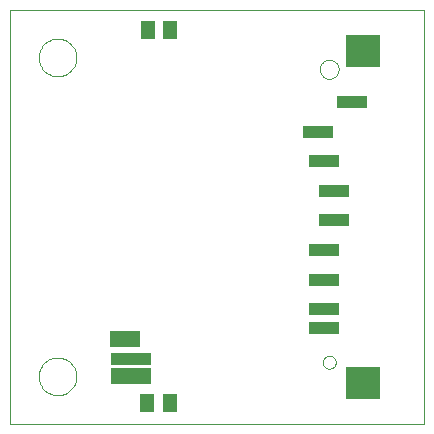
<source format=gtp>
G75*
G70*
%OFA0B0*%
%FSLAX24Y24*%
%IPPOS*%
%LPD*%
%AMOC8*
5,1,8,0,0,1.08239X$1,22.5*
%
%ADD10C,0.0000*%
%ADD11R,0.0512X0.0591*%
%ADD12R,0.1181X0.1063*%
%ADD13R,0.1043X0.0433*%
%ADD14R,0.1378X0.0551*%
%ADD15R,0.1378X0.0394*%
%ADD16R,0.0984X0.0551*%
D10*
X000377Y000377D02*
X014156Y000377D01*
X014156Y014156D01*
X000377Y014156D01*
X000377Y000377D01*
X001322Y001952D02*
X001324Y002002D01*
X001330Y002052D01*
X001340Y002101D01*
X001354Y002149D01*
X001371Y002196D01*
X001392Y002241D01*
X001417Y002285D01*
X001445Y002326D01*
X001477Y002365D01*
X001511Y002402D01*
X001548Y002436D01*
X001588Y002466D01*
X001630Y002493D01*
X001674Y002517D01*
X001720Y002538D01*
X001767Y002554D01*
X001815Y002567D01*
X001865Y002576D01*
X001914Y002581D01*
X001965Y002582D01*
X002015Y002579D01*
X002064Y002572D01*
X002113Y002561D01*
X002161Y002546D01*
X002207Y002528D01*
X002252Y002506D01*
X002295Y002480D01*
X002336Y002451D01*
X002375Y002419D01*
X002411Y002384D01*
X002443Y002346D01*
X002473Y002306D01*
X002500Y002263D01*
X002523Y002219D01*
X002542Y002173D01*
X002558Y002125D01*
X002570Y002076D01*
X002578Y002027D01*
X002582Y001977D01*
X002582Y001927D01*
X002578Y001877D01*
X002570Y001828D01*
X002558Y001779D01*
X002542Y001731D01*
X002523Y001685D01*
X002500Y001641D01*
X002473Y001598D01*
X002443Y001558D01*
X002411Y001520D01*
X002375Y001485D01*
X002336Y001453D01*
X002295Y001424D01*
X002252Y001398D01*
X002207Y001376D01*
X002161Y001358D01*
X002113Y001343D01*
X002064Y001332D01*
X002015Y001325D01*
X001965Y001322D01*
X001914Y001323D01*
X001865Y001328D01*
X001815Y001337D01*
X001767Y001350D01*
X001720Y001366D01*
X001674Y001387D01*
X001630Y001411D01*
X001588Y001438D01*
X001548Y001468D01*
X001511Y001502D01*
X001477Y001539D01*
X001445Y001578D01*
X001417Y001619D01*
X001392Y001663D01*
X001371Y001708D01*
X001354Y001755D01*
X001340Y001803D01*
X001330Y001852D01*
X001324Y001902D01*
X001322Y001952D01*
X010790Y002424D02*
X010792Y002453D01*
X010798Y002481D01*
X010807Y002509D01*
X010820Y002535D01*
X010837Y002558D01*
X010856Y002580D01*
X010878Y002599D01*
X010903Y002614D01*
X010929Y002627D01*
X010957Y002635D01*
X010985Y002640D01*
X011014Y002641D01*
X011043Y002638D01*
X011071Y002631D01*
X011098Y002621D01*
X011124Y002607D01*
X011147Y002590D01*
X011168Y002570D01*
X011186Y002547D01*
X011201Y002522D01*
X011212Y002495D01*
X011220Y002467D01*
X011224Y002438D01*
X011224Y002410D01*
X011220Y002381D01*
X011212Y002353D01*
X011201Y002326D01*
X011186Y002301D01*
X011168Y002278D01*
X011147Y002258D01*
X011124Y002241D01*
X011098Y002227D01*
X011071Y002217D01*
X011043Y002210D01*
X011014Y002207D01*
X010985Y002208D01*
X010957Y002213D01*
X010929Y002221D01*
X010903Y002234D01*
X010878Y002249D01*
X010856Y002268D01*
X010837Y002290D01*
X010820Y002313D01*
X010807Y002339D01*
X010798Y002367D01*
X010792Y002395D01*
X010790Y002424D01*
X010692Y012188D02*
X010694Y012223D01*
X010700Y012258D01*
X010710Y012292D01*
X010723Y012325D01*
X010740Y012356D01*
X010761Y012384D01*
X010784Y012411D01*
X010811Y012434D01*
X010839Y012455D01*
X010870Y012472D01*
X010903Y012485D01*
X010937Y012495D01*
X010972Y012501D01*
X011007Y012503D01*
X011042Y012501D01*
X011077Y012495D01*
X011111Y012485D01*
X011144Y012472D01*
X011175Y012455D01*
X011203Y012434D01*
X011230Y012411D01*
X011253Y012384D01*
X011274Y012356D01*
X011291Y012325D01*
X011304Y012292D01*
X011314Y012258D01*
X011320Y012223D01*
X011322Y012188D01*
X011320Y012153D01*
X011314Y012118D01*
X011304Y012084D01*
X011291Y012051D01*
X011274Y012020D01*
X011253Y011992D01*
X011230Y011965D01*
X011203Y011942D01*
X011175Y011921D01*
X011144Y011904D01*
X011111Y011891D01*
X011077Y011881D01*
X011042Y011875D01*
X011007Y011873D01*
X010972Y011875D01*
X010937Y011881D01*
X010903Y011891D01*
X010870Y011904D01*
X010839Y011921D01*
X010811Y011942D01*
X010784Y011965D01*
X010761Y011992D01*
X010740Y012020D01*
X010723Y012051D01*
X010710Y012084D01*
X010700Y012118D01*
X010694Y012153D01*
X010692Y012188D01*
X001322Y012582D02*
X001324Y012632D01*
X001330Y012682D01*
X001340Y012731D01*
X001354Y012779D01*
X001371Y012826D01*
X001392Y012871D01*
X001417Y012915D01*
X001445Y012956D01*
X001477Y012995D01*
X001511Y013032D01*
X001548Y013066D01*
X001588Y013096D01*
X001630Y013123D01*
X001674Y013147D01*
X001720Y013168D01*
X001767Y013184D01*
X001815Y013197D01*
X001865Y013206D01*
X001914Y013211D01*
X001965Y013212D01*
X002015Y013209D01*
X002064Y013202D01*
X002113Y013191D01*
X002161Y013176D01*
X002207Y013158D01*
X002252Y013136D01*
X002295Y013110D01*
X002336Y013081D01*
X002375Y013049D01*
X002411Y013014D01*
X002443Y012976D01*
X002473Y012936D01*
X002500Y012893D01*
X002523Y012849D01*
X002542Y012803D01*
X002558Y012755D01*
X002570Y012706D01*
X002578Y012657D01*
X002582Y012607D01*
X002582Y012557D01*
X002578Y012507D01*
X002570Y012458D01*
X002558Y012409D01*
X002542Y012361D01*
X002523Y012315D01*
X002500Y012271D01*
X002473Y012228D01*
X002443Y012188D01*
X002411Y012150D01*
X002375Y012115D01*
X002336Y012083D01*
X002295Y012054D01*
X002252Y012028D01*
X002207Y012006D01*
X002161Y011988D01*
X002113Y011973D01*
X002064Y011962D01*
X002015Y011955D01*
X001965Y011952D01*
X001914Y011953D01*
X001865Y011958D01*
X001815Y011967D01*
X001767Y011980D01*
X001720Y011996D01*
X001674Y012017D01*
X001630Y012041D01*
X001588Y012068D01*
X001548Y012098D01*
X001511Y012132D01*
X001477Y012169D01*
X001445Y012208D01*
X001417Y012249D01*
X001392Y012293D01*
X001371Y012338D01*
X001354Y012385D01*
X001340Y012433D01*
X001330Y012482D01*
X001324Y012532D01*
X001322Y012582D01*
D11*
X004957Y013500D03*
X005705Y013500D03*
X005688Y001064D03*
X004940Y001064D03*
D12*
X012129Y001735D03*
X012129Y012798D03*
D13*
X011749Y011086D03*
X010647Y010101D03*
X010843Y009117D03*
X011158Y008133D03*
X011158Y007149D03*
X010843Y006164D03*
X010843Y005180D03*
X010843Y004196D03*
X010843Y003556D03*
D14*
X004412Y001971D03*
D15*
X004412Y002523D03*
D16*
X004215Y003192D03*
M02*

</source>
